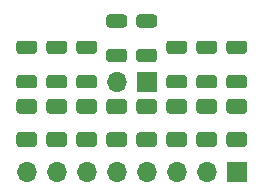
<source format=gbr>
%TF.GenerationSoftware,KiCad,Pcbnew,(5.1.10-1-10_14)*%
%TF.CreationDate,2021-09-10T18:45:47-04:00*%
%TF.ProjectId,led-bar,6c65642d-6261-4722-9e6b-696361645f70,rev?*%
%TF.SameCoordinates,Original*%
%TF.FileFunction,Soldermask,Top*%
%TF.FilePolarity,Negative*%
%FSLAX46Y46*%
G04 Gerber Fmt 4.6, Leading zero omitted, Abs format (unit mm)*
G04 Created by KiCad (PCBNEW (5.1.10-1-10_14)) date 2021-09-10 18:45:47*
%MOMM*%
%LPD*%
G01*
G04 APERTURE LIST*
%ADD10O,1.700000X1.700000*%
%ADD11R,1.700000X1.700000*%
G04 APERTURE END LIST*
D10*
%TO.C,J2*%
X172212000Y-81280000D03*
D11*
X174752000Y-81280000D03*
%TD*%
%TO.C,R2*%
G36*
G01*
X165217001Y-78856000D02*
X163966999Y-78856000D01*
G75*
G02*
X163717000Y-78606001I0J249999D01*
G01*
X163717000Y-77980999D01*
G75*
G02*
X163966999Y-77731000I249999J0D01*
G01*
X165217001Y-77731000D01*
G75*
G02*
X165467000Y-77980999I0J-249999D01*
G01*
X165467000Y-78606001D01*
G75*
G02*
X165217001Y-78856000I-249999J0D01*
G01*
G37*
G36*
G01*
X165217001Y-81781000D02*
X163966999Y-81781000D01*
G75*
G02*
X163717000Y-81531001I0J249999D01*
G01*
X163717000Y-80905999D01*
G75*
G02*
X163966999Y-80656000I249999J0D01*
G01*
X165217001Y-80656000D01*
G75*
G02*
X165467000Y-80905999I0J-249999D01*
G01*
X165467000Y-81531001D01*
G75*
G02*
X165217001Y-81781000I-249999J0D01*
G01*
G37*
%TD*%
%TO.C,D2*%
G36*
G01*
X163967000Y-85481000D02*
X165217000Y-85481000D01*
G75*
G02*
X165467000Y-85731000I0J-250000D01*
G01*
X165467000Y-86481000D01*
G75*
G02*
X165217000Y-86731000I-250000J0D01*
G01*
X163967000Y-86731000D01*
G75*
G02*
X163717000Y-86481000I0J250000D01*
G01*
X163717000Y-85731000D01*
G75*
G02*
X163967000Y-85481000I250000J0D01*
G01*
G37*
G36*
G01*
X163967000Y-82681000D02*
X165217000Y-82681000D01*
G75*
G02*
X165467000Y-82931000I0J-250000D01*
G01*
X165467000Y-83681000D01*
G75*
G02*
X165217000Y-83931000I-250000J0D01*
G01*
X163967000Y-83931000D01*
G75*
G02*
X163717000Y-83681000I0J250000D01*
G01*
X163717000Y-82931000D01*
G75*
G02*
X163967000Y-82681000I250000J0D01*
G01*
G37*
%TD*%
%TO.C,R8*%
G36*
G01*
X182997001Y-78856000D02*
X181746999Y-78856000D01*
G75*
G02*
X181497000Y-78606001I0J249999D01*
G01*
X181497000Y-77980999D01*
G75*
G02*
X181746999Y-77731000I249999J0D01*
G01*
X182997001Y-77731000D01*
G75*
G02*
X183247000Y-77980999I0J-249999D01*
G01*
X183247000Y-78606001D01*
G75*
G02*
X182997001Y-78856000I-249999J0D01*
G01*
G37*
G36*
G01*
X182997001Y-81781000D02*
X181746999Y-81781000D01*
G75*
G02*
X181497000Y-81531001I0J249999D01*
G01*
X181497000Y-80905999D01*
G75*
G02*
X181746999Y-80656000I249999J0D01*
G01*
X182997001Y-80656000D01*
G75*
G02*
X183247000Y-80905999I0J-249999D01*
G01*
X183247000Y-81531001D01*
G75*
G02*
X182997001Y-81781000I-249999J0D01*
G01*
G37*
%TD*%
%TO.C,R7*%
G36*
G01*
X180457001Y-78856000D02*
X179206999Y-78856000D01*
G75*
G02*
X178957000Y-78606001I0J249999D01*
G01*
X178957000Y-77980999D01*
G75*
G02*
X179206999Y-77731000I249999J0D01*
G01*
X180457001Y-77731000D01*
G75*
G02*
X180707000Y-77980999I0J-249999D01*
G01*
X180707000Y-78606001D01*
G75*
G02*
X180457001Y-78856000I-249999J0D01*
G01*
G37*
G36*
G01*
X180457001Y-81781000D02*
X179206999Y-81781000D01*
G75*
G02*
X178957000Y-81531001I0J249999D01*
G01*
X178957000Y-80905999D01*
G75*
G02*
X179206999Y-80656000I249999J0D01*
G01*
X180457001Y-80656000D01*
G75*
G02*
X180707000Y-80905999I0J-249999D01*
G01*
X180707000Y-81531001D01*
G75*
G02*
X180457001Y-81781000I-249999J0D01*
G01*
G37*
%TD*%
%TO.C,R6*%
G36*
G01*
X177917001Y-78856000D02*
X176666999Y-78856000D01*
G75*
G02*
X176417000Y-78606001I0J249999D01*
G01*
X176417000Y-77980999D01*
G75*
G02*
X176666999Y-77731000I249999J0D01*
G01*
X177917001Y-77731000D01*
G75*
G02*
X178167000Y-77980999I0J-249999D01*
G01*
X178167000Y-78606001D01*
G75*
G02*
X177917001Y-78856000I-249999J0D01*
G01*
G37*
G36*
G01*
X177917001Y-81781000D02*
X176666999Y-81781000D01*
G75*
G02*
X176417000Y-81531001I0J249999D01*
G01*
X176417000Y-80905999D01*
G75*
G02*
X176666999Y-80656000I249999J0D01*
G01*
X177917001Y-80656000D01*
G75*
G02*
X178167000Y-80905999I0J-249999D01*
G01*
X178167000Y-81531001D01*
G75*
G02*
X177917001Y-81781000I-249999J0D01*
G01*
G37*
%TD*%
%TO.C,R5*%
G36*
G01*
X175377001Y-76631500D02*
X174126999Y-76631500D01*
G75*
G02*
X173877000Y-76381501I0J249999D01*
G01*
X173877000Y-75756499D01*
G75*
G02*
X174126999Y-75506500I249999J0D01*
G01*
X175377001Y-75506500D01*
G75*
G02*
X175627000Y-75756499I0J-249999D01*
G01*
X175627000Y-76381501D01*
G75*
G02*
X175377001Y-76631500I-249999J0D01*
G01*
G37*
G36*
G01*
X175377001Y-79556500D02*
X174126999Y-79556500D01*
G75*
G02*
X173877000Y-79306501I0J249999D01*
G01*
X173877000Y-78681499D01*
G75*
G02*
X174126999Y-78431500I249999J0D01*
G01*
X175377001Y-78431500D01*
G75*
G02*
X175627000Y-78681499I0J-249999D01*
G01*
X175627000Y-79306501D01*
G75*
G02*
X175377001Y-79556500I-249999J0D01*
G01*
G37*
%TD*%
%TO.C,R4*%
G36*
G01*
X172837001Y-76631500D02*
X171586999Y-76631500D01*
G75*
G02*
X171337000Y-76381501I0J249999D01*
G01*
X171337000Y-75756499D01*
G75*
G02*
X171586999Y-75506500I249999J0D01*
G01*
X172837001Y-75506500D01*
G75*
G02*
X173087000Y-75756499I0J-249999D01*
G01*
X173087000Y-76381501D01*
G75*
G02*
X172837001Y-76631500I-249999J0D01*
G01*
G37*
G36*
G01*
X172837001Y-79556500D02*
X171586999Y-79556500D01*
G75*
G02*
X171337000Y-79306501I0J249999D01*
G01*
X171337000Y-78681499D01*
G75*
G02*
X171586999Y-78431500I249999J0D01*
G01*
X172837001Y-78431500D01*
G75*
G02*
X173087000Y-78681499I0J-249999D01*
G01*
X173087000Y-79306501D01*
G75*
G02*
X172837001Y-79556500I-249999J0D01*
G01*
G37*
%TD*%
%TO.C,R3*%
G36*
G01*
X170297001Y-78856000D02*
X169046999Y-78856000D01*
G75*
G02*
X168797000Y-78606001I0J249999D01*
G01*
X168797000Y-77980999D01*
G75*
G02*
X169046999Y-77731000I249999J0D01*
G01*
X170297001Y-77731000D01*
G75*
G02*
X170547000Y-77980999I0J-249999D01*
G01*
X170547000Y-78606001D01*
G75*
G02*
X170297001Y-78856000I-249999J0D01*
G01*
G37*
G36*
G01*
X170297001Y-81781000D02*
X169046999Y-81781000D01*
G75*
G02*
X168797000Y-81531001I0J249999D01*
G01*
X168797000Y-80905999D01*
G75*
G02*
X169046999Y-80656000I249999J0D01*
G01*
X170297001Y-80656000D01*
G75*
G02*
X170547000Y-80905999I0J-249999D01*
G01*
X170547000Y-81531001D01*
G75*
G02*
X170297001Y-81781000I-249999J0D01*
G01*
G37*
%TD*%
%TO.C,R1*%
G36*
G01*
X167757001Y-78856000D02*
X166506999Y-78856000D01*
G75*
G02*
X166257000Y-78606001I0J249999D01*
G01*
X166257000Y-77980999D01*
G75*
G02*
X166506999Y-77731000I249999J0D01*
G01*
X167757001Y-77731000D01*
G75*
G02*
X168007000Y-77980999I0J-249999D01*
G01*
X168007000Y-78606001D01*
G75*
G02*
X167757001Y-78856000I-249999J0D01*
G01*
G37*
G36*
G01*
X167757001Y-81781000D02*
X166506999Y-81781000D01*
G75*
G02*
X166257000Y-81531001I0J249999D01*
G01*
X166257000Y-80905999D01*
G75*
G02*
X166506999Y-80656000I249999J0D01*
G01*
X167757001Y-80656000D01*
G75*
G02*
X168007000Y-80905999I0J-249999D01*
G01*
X168007000Y-81531001D01*
G75*
G02*
X167757001Y-81781000I-249999J0D01*
G01*
G37*
%TD*%
%TO.C,D8*%
G36*
G01*
X181747000Y-85481000D02*
X182997000Y-85481000D01*
G75*
G02*
X183247000Y-85731000I0J-250000D01*
G01*
X183247000Y-86481000D01*
G75*
G02*
X182997000Y-86731000I-250000J0D01*
G01*
X181747000Y-86731000D01*
G75*
G02*
X181497000Y-86481000I0J250000D01*
G01*
X181497000Y-85731000D01*
G75*
G02*
X181747000Y-85481000I250000J0D01*
G01*
G37*
G36*
G01*
X181747000Y-82681000D02*
X182997000Y-82681000D01*
G75*
G02*
X183247000Y-82931000I0J-250000D01*
G01*
X183247000Y-83681000D01*
G75*
G02*
X182997000Y-83931000I-250000J0D01*
G01*
X181747000Y-83931000D01*
G75*
G02*
X181497000Y-83681000I0J250000D01*
G01*
X181497000Y-82931000D01*
G75*
G02*
X181747000Y-82681000I250000J0D01*
G01*
G37*
%TD*%
%TO.C,D7*%
G36*
G01*
X179207000Y-85481000D02*
X180457000Y-85481000D01*
G75*
G02*
X180707000Y-85731000I0J-250000D01*
G01*
X180707000Y-86481000D01*
G75*
G02*
X180457000Y-86731000I-250000J0D01*
G01*
X179207000Y-86731000D01*
G75*
G02*
X178957000Y-86481000I0J250000D01*
G01*
X178957000Y-85731000D01*
G75*
G02*
X179207000Y-85481000I250000J0D01*
G01*
G37*
G36*
G01*
X179207000Y-82681000D02*
X180457000Y-82681000D01*
G75*
G02*
X180707000Y-82931000I0J-250000D01*
G01*
X180707000Y-83681000D01*
G75*
G02*
X180457000Y-83931000I-250000J0D01*
G01*
X179207000Y-83931000D01*
G75*
G02*
X178957000Y-83681000I0J250000D01*
G01*
X178957000Y-82931000D01*
G75*
G02*
X179207000Y-82681000I250000J0D01*
G01*
G37*
%TD*%
%TO.C,D6*%
G36*
G01*
X176667000Y-85481000D02*
X177917000Y-85481000D01*
G75*
G02*
X178167000Y-85731000I0J-250000D01*
G01*
X178167000Y-86481000D01*
G75*
G02*
X177917000Y-86731000I-250000J0D01*
G01*
X176667000Y-86731000D01*
G75*
G02*
X176417000Y-86481000I0J250000D01*
G01*
X176417000Y-85731000D01*
G75*
G02*
X176667000Y-85481000I250000J0D01*
G01*
G37*
G36*
G01*
X176667000Y-82681000D02*
X177917000Y-82681000D01*
G75*
G02*
X178167000Y-82931000I0J-250000D01*
G01*
X178167000Y-83681000D01*
G75*
G02*
X177917000Y-83931000I-250000J0D01*
G01*
X176667000Y-83931000D01*
G75*
G02*
X176417000Y-83681000I0J250000D01*
G01*
X176417000Y-82931000D01*
G75*
G02*
X176667000Y-82681000I250000J0D01*
G01*
G37*
%TD*%
%TO.C,D5*%
G36*
G01*
X174127000Y-85487000D02*
X175377000Y-85487000D01*
G75*
G02*
X175627000Y-85737000I0J-250000D01*
G01*
X175627000Y-86487000D01*
G75*
G02*
X175377000Y-86737000I-250000J0D01*
G01*
X174127000Y-86737000D01*
G75*
G02*
X173877000Y-86487000I0J250000D01*
G01*
X173877000Y-85737000D01*
G75*
G02*
X174127000Y-85487000I250000J0D01*
G01*
G37*
G36*
G01*
X174127000Y-82687000D02*
X175377000Y-82687000D01*
G75*
G02*
X175627000Y-82937000I0J-250000D01*
G01*
X175627000Y-83687000D01*
G75*
G02*
X175377000Y-83937000I-250000J0D01*
G01*
X174127000Y-83937000D01*
G75*
G02*
X173877000Y-83687000I0J250000D01*
G01*
X173877000Y-82937000D01*
G75*
G02*
X174127000Y-82687000I250000J0D01*
G01*
G37*
%TD*%
%TO.C,D4*%
G36*
G01*
X171587000Y-85487000D02*
X172837000Y-85487000D01*
G75*
G02*
X173087000Y-85737000I0J-250000D01*
G01*
X173087000Y-86487000D01*
G75*
G02*
X172837000Y-86737000I-250000J0D01*
G01*
X171587000Y-86737000D01*
G75*
G02*
X171337000Y-86487000I0J250000D01*
G01*
X171337000Y-85737000D01*
G75*
G02*
X171587000Y-85487000I250000J0D01*
G01*
G37*
G36*
G01*
X171587000Y-82687000D02*
X172837000Y-82687000D01*
G75*
G02*
X173087000Y-82937000I0J-250000D01*
G01*
X173087000Y-83687000D01*
G75*
G02*
X172837000Y-83937000I-250000J0D01*
G01*
X171587000Y-83937000D01*
G75*
G02*
X171337000Y-83687000I0J250000D01*
G01*
X171337000Y-82937000D01*
G75*
G02*
X171587000Y-82687000I250000J0D01*
G01*
G37*
%TD*%
%TO.C,D3*%
G36*
G01*
X169047000Y-85481000D02*
X170297000Y-85481000D01*
G75*
G02*
X170547000Y-85731000I0J-250000D01*
G01*
X170547000Y-86481000D01*
G75*
G02*
X170297000Y-86731000I-250000J0D01*
G01*
X169047000Y-86731000D01*
G75*
G02*
X168797000Y-86481000I0J250000D01*
G01*
X168797000Y-85731000D01*
G75*
G02*
X169047000Y-85481000I250000J0D01*
G01*
G37*
G36*
G01*
X169047000Y-82681000D02*
X170297000Y-82681000D01*
G75*
G02*
X170547000Y-82931000I0J-250000D01*
G01*
X170547000Y-83681000D01*
G75*
G02*
X170297000Y-83931000I-250000J0D01*
G01*
X169047000Y-83931000D01*
G75*
G02*
X168797000Y-83681000I0J250000D01*
G01*
X168797000Y-82931000D01*
G75*
G02*
X169047000Y-82681000I250000J0D01*
G01*
G37*
%TD*%
%TO.C,D1*%
G36*
G01*
X166507000Y-85481000D02*
X167757000Y-85481000D01*
G75*
G02*
X168007000Y-85731000I0J-250000D01*
G01*
X168007000Y-86481000D01*
G75*
G02*
X167757000Y-86731000I-250000J0D01*
G01*
X166507000Y-86731000D01*
G75*
G02*
X166257000Y-86481000I0J250000D01*
G01*
X166257000Y-85731000D01*
G75*
G02*
X166507000Y-85481000I250000J0D01*
G01*
G37*
G36*
G01*
X166507000Y-82681000D02*
X167757000Y-82681000D01*
G75*
G02*
X168007000Y-82931000I0J-250000D01*
G01*
X168007000Y-83681000D01*
G75*
G02*
X167757000Y-83931000I-250000J0D01*
G01*
X166507000Y-83931000D01*
G75*
G02*
X166257000Y-83681000I0J250000D01*
G01*
X166257000Y-82931000D01*
G75*
G02*
X166507000Y-82681000I250000J0D01*
G01*
G37*
%TD*%
D10*
%TO.C,J1*%
X164592000Y-88900000D03*
X167132000Y-88900000D03*
X169672000Y-88900000D03*
X172212000Y-88900000D03*
X174752000Y-88900000D03*
X177292000Y-88900000D03*
X179832000Y-88900000D03*
D11*
X182372000Y-88900000D03*
%TD*%
M02*

</source>
